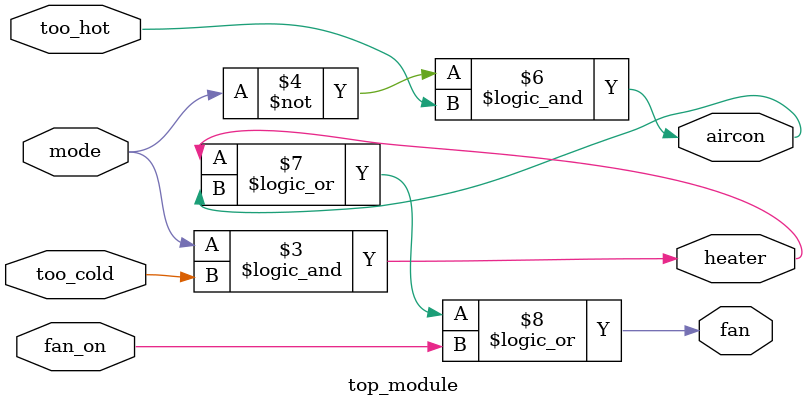
<source format=sv>
module top_module(
    input mode,
    input too_cold, 
    input too_hot,
    input fan_on,
    output heater,
    output aircon,
    output fan
);

    // Determine the state of the heater and air conditioner
    assign heater = (mode == 1 && too_cold == 1);
    assign aircon = (mode == 0 && too_hot == 1);

    // Determine the state of the fan
    assign fan = heater || aircon || fan_on;

endmodule

</source>
